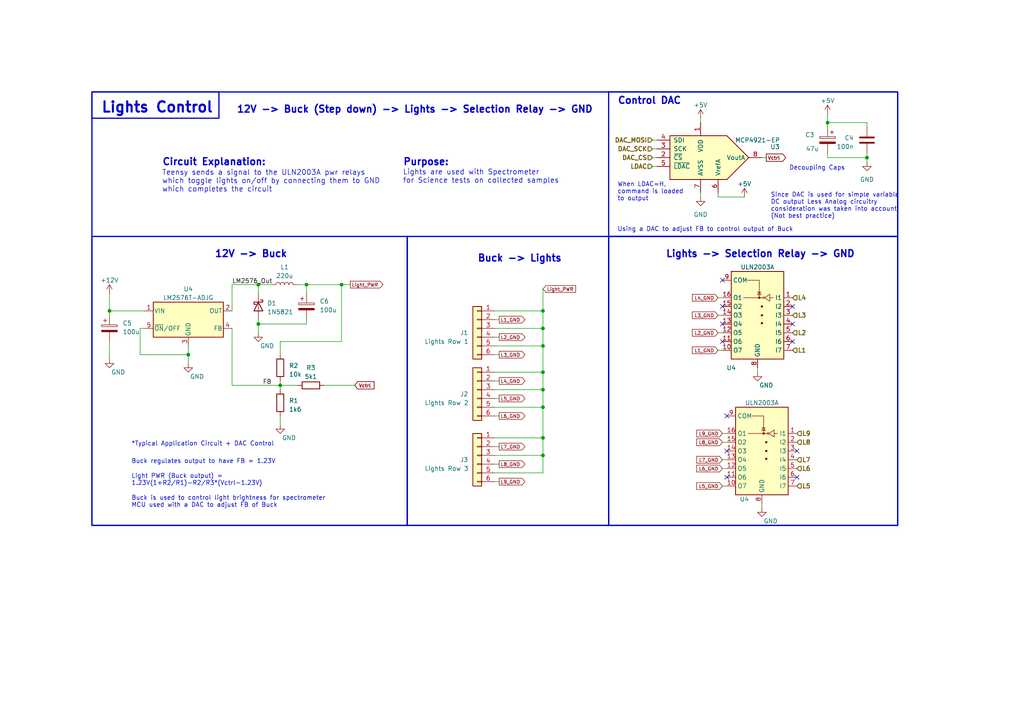
<source format=kicad_sch>
(kicad_sch (version 20230121) (generator eeschema)
  (paper "A4")
  (title_block (title "Lights Control") (date "2023-11-28") (rev "2") (company "Matthew Szalawiga"))
  (lib_symbols
    (symbol "Analog_DAC:MCP4921-EP" (pin_names (offset 1.016))
      (property "Reference" "U" (at -11.43 7.62 0))
      (property "Value" "MCP4921-EP" (at 0 7.62 0))
      (symbol "MCP4921-EP_0_1"
        (polyline (pts (xy -11.43 6.35) (xy 5.08 6.35) (xy 11.43 0) (xy 5.08 -6.35) (xy -11.43 -6.35) (xy -11.43 6.35)) (stroke (width 0.254)) (fill (type background)))
      )
      (symbol "MCP4921-EP_1_1"
        (pin power_in line (at -2.54 10.16 270) (length 3.81) (name "VDD") (number "1"))
        (pin input line (at -15.24 0 0) (length 3.81) (name "~{CS}") (number "2"))
        (pin input line (at -15.24 2.54 0) (length 3.81) (name "SCK") (number "3"))
        (pin input line (at -15.24 5.08 0) (length 3.81) (name "SDI") (number "4"))
        (pin input line (at -15.24 -2.54 0) (length 3.81) (name "~{LDAC}") (number "5"))
        (pin passive line (at 2.54 -10.16 90) (length 3.81) (name "VrefA") (number "6"))
        (pin power_in line (at -2.54 -10.16 90) (length 3.81) (name "AVSS") (number "7"))
        (pin passive line (at 15.24 0 180) (length 3.81) (name "VoutA") (number "8"))
      )
    )
    (symbol "Connector_Generic:Conn_01x06" (pin_names (offset 1.016) hide)
      (property "Reference" "J" (at 0 7.62 0))
      (property "Value" "Conn_01x06" (at 0 -10.16 0))
      (symbol "Conn_01x06_1_1"
        (rectangle (start -1.27 -7.493) (end 0 -7.747) (stroke (width 0.1524)))
        (rectangle (start -1.27 -4.953) (end 0 -5.207) (stroke (width 0.1524)))
        (rectangle (start -1.27 -2.413) (end 0 -2.667) (stroke (width 0.1524)))
        (rectangle (start -1.27 0.127) (end 0 -0.127) (stroke (width 0.1524)))
        (rectangle (start -1.27 2.667) (end 0 2.413) (stroke (width 0.1524)))
        (rectangle (start -1.27 5.207) (end 0 4.953) (stroke (width 0.1524)))
        (rectangle (start -1.27 6.35) (end 1.27 -8.89) (stroke (width 0.254)) (fill (type background)))
        (pin passive line (at -5.08 5.08 0) (length 3.81) (name "Pin_1") (number "1"))
        (pin passive line (at -5.08 2.54 0) (length 3.81) (name "Pin_2") (number "2"))
        (pin passive line (at -5.08 0 0) (length 3.81) (name "Pin_3") (number "3"))
        (pin passive line (at -5.08 -2.54 0) (length 3.81) (name "Pin_4") (number "4"))
        (pin passive line (at -5.08 -5.08 0) (length 3.81) (name "Pin_5") (number "5"))
        (pin passive line (at -5.08 -7.62 0) (length 3.81) (name "Pin_6") (number "6"))
      )
    )
    (symbol "Device:C" (pin_numbers hide) (pin_names (offset 0.254))
      (property "Reference" "C" (at 0.635 2.54 0))
      (property "Value" "C" (at 0.635 -2.54 0))
      (symbol "C_0_1"
        (polyline (pts (xy -2.032 -0.762) (xy 2.032 -0.762)) (stroke (width 0.508)))
        (polyline (pts (xy -2.032 0.762) (xy 2.032 0.762)) (stroke (width 0.508)))
      )
      (symbol "C_1_1"
        (pin passive line (at 0 3.81 270) (length 2.794) (name "~") (number "1"))
        (pin passive line (at 0 -3.81 90) (length 2.794) (name "~") (number "2"))
      )
    )
    (symbol "Device:C_Polarized" (pin_numbers hide) (pin_names (offset 0.254))
      (property "Reference" "C" (at 0.635 2.54 0))
      (property "Value" "C_Polarized" (at 0.635 -2.54 0))
      (symbol "C_Polarized_0_1"
        (rectangle (start -2.286 0.508) (end 2.286 1.016))
        (polyline (pts (xy -1.778 2.286) (xy -0.762 2.286)))
        (polyline (pts (xy -1.27 2.794) (xy -1.27 1.778)))
        (rectangle (start 2.286 -0.508) (end -2.286 -1.016) (fill (type outline)))
      )
      (symbol "C_Polarized_1_1"
        (pin passive line (at 0 3.81 270) (length 2.794) (name "~") (number "1"))
        (pin passive line (at 0 -3.81 90) (length 2.794) (name "~") (number "2"))
      )
    )
    (symbol "Device:L" (pin_numbers hide) (pin_names (offset 1.016) hide)
      (property "Reference" "L" (at -1.27 0 90))
      (property "Value" "L" (at 1.905 0 90))
      (symbol "L_0_1"
        (arc (start 0 -2.54) (mid 0.6323 -1.905) (end 0 -1.27))
        (arc (start 0 -1.27) (mid 0.6323 -0.635) (end 0 0))
        (arc (start 0 0) (mid 0.6323 0.635) (end 0 1.27))
        (arc (start 0 1.27) (mid 0.6323 1.905) (end 0 2.54))
      )
      (symbol "L_1_1"
        (pin passive line (at 0 3.81 270) (length 1.27) (name "1") (number "1"))
        (pin passive line (at 0 -3.81 90) (length 1.27) (name "2") (number "2"))
      )
    )
    (symbol "Device:R" (pin_numbers hide) (pin_names (offset 0))
      (property "Reference" "R" (at 2.032 0 90))
      (property "Value" "R" (at 0 0 90))
      (symbol "R_0_1"
        (rectangle (start -1.016 -2.54) (end 1.016 2.54) (stroke (width 0.254)))
      )
      (symbol "R_1_1"
        (pin passive line (at 0 3.81 270) (length 1.27) (name "~") (number "1"))
        (pin passive line (at 0 -3.81 90) (length 1.27) (name "~") (number "2"))
      )
    )
    (symbol "Diode:1N5821" (pin_numbers hide) (pin_names (offset 1.016) hide)
      (property "Reference" "D" (at 0 2.54 0))
      (property "Value" "1N5821" (at 0 -2.54 0))
      (symbol "1N5821_0_1"
        (polyline (pts (xy 1.27 0) (xy -1.27 0)))
        (polyline (pts (xy 1.27 1.27) (xy 1.27 -1.27) (xy -1.27 0) (xy 1.27 1.27)) (stroke (width 0.254)))
        (polyline (pts (xy -1.905 0.635) (xy -1.905 1.27) (xy -1.27 1.27) (xy -1.27 -1.27) (xy -0.635 -1.27) (xy -0.635 -0.635)) (stroke (width 0.254)))
      )
      (symbol "1N5821_1_1"
        (pin passive line (at -3.81 0 0) (length 2.54) (name "K") (number "1"))
        (pin passive line (at 3.81 0 180) (length 2.54) (name "A") (number "2"))
      )
    )
    (symbol "Regulator_Switching:LM2576T-ADJ" (pin_names (offset 0.254))
      (property "Reference" "U6" (at 0 8.89 0))
      (property "Value" "LM2576T-ADJG" (at 0 6.35 0))
      (symbol "LM2576T-ADJ_0_1"
        (rectangle (start -10.16 5.08) (end 10.16 -5.08) (stroke (width 0.254)) (fill (type background)))
      )
      (symbol "LM2576T-ADJ_1_1"
        (pin power_in line (at -12.7 2.54 0) (length 2.54) (name "VIN") (number "1"))
        (pin output line (at 12.7 2.54 180) (length 2.54) (name "OUT") (number "2"))
        (pin power_in line (at 0 -7.62 90) (length 2.54) (name "GND") (number "3"))
        (pin input line (at 12.7 -2.54 180) (length 2.54) (name "FB") (number "4"))
        (pin input line (at -12.7 -2.54 0) (length 2.54) (name "~{ON}/OFF") (number "5"))
      )
    )
    (symbol "Transistor_Array:ULN2003A"
      (property "Reference" "U" (at 0 15.875 0))
      (property "Value" "ULN2003A" (at 0 13.97 0))
      (symbol "ULN2003A_0_1"
        (rectangle (start -7.62 -12.7) (end 7.62 12.7) (stroke (width 0.254)) (fill (type background)))
        (circle (center -1.778 5.08) (radius 0.254))
        (circle (center -1.27 -2.286) (radius 0.254) (fill (type outline)))
        (circle (center -1.27 0) (radius 0.254) (fill (type outline)))
        (circle (center -1.27 2.54) (radius 0.254) (fill (type outline)))
        (circle (center -0.508 5.08) (radius 0.254) (fill (type outline)))
        (polyline (pts (xy -4.572 5.08) (xy -3.556 5.08)))
        (polyline (pts (xy -1.524 5.08) (xy 4.064 5.08)))
        (polyline (pts (xy 0 6.731) (xy -1.016 6.731)))
        (polyline (pts (xy -0.508 5.08) (xy -0.508 10.16) (xy 2.921 10.16)))
        (polyline (pts (xy -3.556 6.096) (xy -3.556 4.064) (xy -2.032 5.08) (xy -3.556 6.096)))
        (polyline (pts (xy 0 5.969) (xy -1.016 5.969) (xy -0.508 6.731) (xy 0 5.969)))
      )
      (symbol "ULN2003A_1_1"
        (pin input line (at -10.16 5.08 0) (length 2.54) (name "I1") (number "1"))
        (pin open_collector line (at 10.16 -10.16 180) (length 2.54) (name "O7") (number "10"))
        (pin open_collector line (at 10.16 -7.62 180) (length 2.54) (name "O6") (number "11"))
        (pin open_collector line (at 10.16 -5.08 180) (length 2.54) (name "O5") (number "12"))
        (pin open_collector line (at 10.16 -2.54 180) (length 2.54) (name "O4") (number "13"))
        (pin open_collector line (at 10.16 0 180) (length 2.54) (name "O3") (number "14"))
        (pin open_collector line (at 10.16 2.54 180) (length 2.54) (name "O2") (number "15"))
        (pin open_collector line (at 10.16 5.08 180) (length 2.54) (name "O1") (number "16"))
        (pin input line (at -10.16 2.54 0) (length 2.54) (name "I2") (number "2"))
        (pin input line (at -10.16 0 0) (length 2.54) (name "I3") (number "3"))
        (pin input line (at -10.16 -2.54 0) (length 2.54) (name "I4") (number "4"))
        (pin input line (at -10.16 -5.08 0) (length 2.54) (name "I5") (number "5"))
        (pin input line (at -10.16 -7.62 0) (length 2.54) (name "I6") (number "6"))
        (pin input line (at -10.16 -10.16 0) (length 2.54) (name "I7") (number "7"))
        (pin power_in line (at 0 -15.24 90) (length 2.54) (name "GND") (number "8"))
        (pin passive line (at 10.16 10.16 180) (length 2.54) (name "COM") (number "9"))
      )
    )
    (symbol "power:+12V" (power) (pin_names (offset 0))
      (property "Value" "+12V" (at 0 3.556 0))
      (symbol "+12V_0_1"
        (polyline (pts (xy -0.762 1.27) (xy 0 2.54)))
        (polyline (pts (xy 0 0) (xy 0 2.54)))
        (polyline (pts (xy 0 2.54) (xy 0.762 1.27)))
      )
      (symbol "+12V_1_1"
        (pin power_in line (at 0 0 90) (length 0) hide (name "+12V") (number "1"))
      )
    )
    (symbol "power:+5V" (power) (pin_names (offset 0))
      (property "Value" "+5V" (at 0 3.556 0))
      (symbol "+5V_0_1"
        (polyline (pts (xy -0.762 1.27) (xy 0 2.54)))
        (polyline (pts (xy 0 0) (xy 0 2.54)))
        (polyline (pts (xy 0 2.54) (xy 0.762 1.27)))
      )
      (symbol "+5V_1_1"
        (pin power_in line (at 0 0 90) (length 0) hide (name "+5V") (number "1"))
      )
    )
    (symbol "power:GND" (power) (pin_names (offset 0))
      (property "Value" "GND" (at 0 -3.81 0))
      (symbol "GND_0_1"
        (polyline (pts (xy 0 0) (xy 0 -1.27) (xy 1.27 -1.27) (xy 0 -2.54) (xy -1.27 -1.27) (xy 0 -1.27)))
      )
      (symbol "GND_1_1"
        (pin power_in line (at 0 0 270) (length 0) hide (name "GND") (number "1"))
      )
    )
  )
  (junction (at 81.28 111.76))
  (junction (at 54.61 102.87))
  (junction (at 157.48 100.33))
  (junction (at 251.46 45.72))
  (junction (at 157.48 132.08))
  (junction (at 157.48 90.17))
  (junction (at 157.48 113.03))
  (junction (at 157.48 95.25))
  (junction (at 88.9 82.55))
  (junction (at 240.03 35.56))
  (junction (at 74.93 93.98))
  (junction (at 157.48 107.95))
  (junction (at 157.48 118.11))
  (junction (at 99.06 82.55))
  (junction (at 31.75 90.17))
  (junction (at 74.93 82.55))
  (junction (at 157.48 127))
  (no_connect (at 209.55 81.28))
  (no_connect (at 210.82 120.65))
  (no_connect (at 231.14 130.81))
  (no_connect (at 210.82 138.43))
  (no_connect (at 229.87 93.98))
  (no_connect (at 209.55 88.9))
  (no_connect (at 209.55 99.06))
  (no_connect (at 210.82 130.81))
  (no_connect (at 229.87 99.06))
  (no_connect (at 231.14 138.43))
  (no_connect (at 229.87 88.9))
  (no_connect (at 209.55 93.98))
  (wire (pts (xy 67.31 82.55) (xy 74.93 82.55)))
  (wire (pts (xy 143.51 95.25) (xy 157.48 95.25)))
  (wire (pts (xy 220.98 146.05) (xy 220.98 147.32)))
  (wire (pts (xy 144.78 120.65) (xy 143.51 120.65)))
  (wire (pts (xy 157.48 90.17) (xy 157.48 95.25)))
  (wire (pts (xy 81.28 111.76) (xy 81.28 113.03)))
  (wire (pts (xy 99.06 99.06) (xy 99.06 82.55)))
  (wire (pts (xy 189.23 45.72) (xy 190.5 45.72)))
  (wire (pts (xy 144.78 134.62) (xy 143.51 134.62)))
  (wire (pts (xy 189.23 40.64) (xy 190.5 40.64)))
  (wire (pts (xy 144.78 115.57) (xy 143.51 115.57)))
  (wire (pts (xy 251.46 36.83) (xy 251.46 35.56)))
  (wire (pts (xy 88.9 92.71) (xy 88.9 93.98)))
  (wire (pts (xy 251.46 45.72) (xy 240.03 45.72)))
  (wire (pts (xy 240.03 35.56) (xy 240.03 36.83)))
  (wire (pts (xy 81.28 102.87) (xy 81.28 99.06)))
  (wire (pts (xy 81.28 120.65) (xy 81.28 123.19)))
  (wire (pts (xy 41.91 95.25) (xy 40.64 95.25)))
  (wire (pts (xy 40.64 102.87) (xy 54.61 102.87)))
  (wire (pts (xy 143.51 132.08) (xy 157.48 132.08)))
  (wire (pts (xy 209.55 133.35) (xy 210.82 133.35)))
  (wire (pts (xy 240.03 33.02) (xy 240.03 35.56)))
  (wire (pts (xy 143.51 90.17) (xy 157.48 90.17)))
  (wire (pts (xy 208.28 55.88) (xy 208.28 57.15)))
  (wire (pts (xy 208.28 86.36) (xy 209.55 86.36)))
  (wire (pts (xy 31.75 91.44) (xy 31.75 90.17)))
  (wire (pts (xy 81.28 111.76) (xy 86.36 111.76)))
  (wire (pts (xy 189.23 48.26) (xy 190.5 48.26)))
  (wire (pts (xy 219.71 107.95) (xy 219.71 106.68)))
  (wire (pts (xy 157.48 100.33) (xy 157.48 107.95)))
  (wire (pts (xy 144.78 139.7) (xy 143.51 139.7)))
  (wire (pts (xy 222.25 45.72) (xy 220.98 45.72)))
  (wire (pts (xy 99.06 82.55) (xy 101.6 82.55)))
  (wire (pts (xy 143.51 113.03) (xy 157.48 113.03)))
  (wire (pts (xy 88.9 82.55) (xy 99.06 82.55)))
  (wire (pts (xy 209.55 140.97) (xy 210.82 140.97)))
  (wire (pts (xy 143.51 137.16) (xy 157.48 137.16)))
  (wire (pts (xy 203.2 34.29) (xy 203.2 35.56)))
  (wire (pts (xy 143.51 100.33) (xy 157.48 100.33)))
  (wire (pts (xy 251.46 44.45) (xy 251.46 45.72)))
  (wire (pts (xy 157.48 127) (xy 157.48 132.08)))
  (wire (pts (xy 143.51 107.95) (xy 157.48 107.95)))
  (wire (pts (xy 31.75 99.06) (xy 31.75 104.14)))
  (wire (pts (xy 40.64 95.25) (xy 40.64 102.87)))
  (wire (pts (xy 209.55 125.73) (xy 210.82 125.73)))
  (wire (pts (xy 157.48 118.11) (xy 157.48 127)))
  (wire (pts (xy 86.36 82.55) (xy 88.9 82.55)))
  (wire (pts (xy 54.61 102.87) (xy 54.61 105.41)))
  (wire (pts (xy 88.9 93.98) (xy 74.93 93.98)))
  (wire (pts (xy 157.48 132.08) (xy 157.48 137.16)))
  (wire (pts (xy 144.78 110.49) (xy 143.51 110.49)))
  (wire (pts (xy 67.31 82.55) (xy 67.31 90.17)))
  (wire (pts (xy 67.31 95.25) (xy 67.31 111.76)))
  (wire (pts (xy 144.78 92.71) (xy 143.51 92.71)))
  (wire (pts (xy 203.2 55.88) (xy 203.2 57.15)))
  (wire (pts (xy 208.28 101.6) (xy 209.55 101.6)))
  (wire (pts (xy 157.48 83.82) (xy 157.48 90.17)))
  (wire (pts (xy 209.55 128.27) (xy 210.82 128.27)))
  (wire (pts (xy 157.48 107.95) (xy 157.48 113.03)))
  (wire (pts (xy 88.9 82.55) (xy 88.9 85.09)))
  (wire (pts (xy 81.28 110.49) (xy 81.28 111.76)))
  (wire (pts (xy 189.23 43.18) (xy 190.5 43.18)))
  (wire (pts (xy 208.28 91.44) (xy 209.55 91.44)))
  (wire (pts (xy 74.93 82.55) (xy 74.93 85.09)))
  (wire (pts (xy 157.48 95.25) (xy 157.48 100.33)))
  (wire (pts (xy 240.03 45.72) (xy 240.03 44.45)))
  (wire (pts (xy 251.46 35.56) (xy 240.03 35.56)))
  (wire (pts (xy 74.93 82.55) (xy 78.74 82.55)))
  (wire (pts (xy 208.28 96.52) (xy 209.55 96.52)))
  (wire (pts (xy 74.93 92.71) (xy 74.93 93.98)))
  (wire (pts (xy 144.78 97.79) (xy 143.51 97.79)))
  (wire (pts (xy 93.98 111.76) (xy 102.87 111.76)))
  (wire (pts (xy 31.75 90.17) (xy 41.91 90.17)))
  (wire (pts (xy 31.75 85.09) (xy 31.75 90.17)))
  (wire (pts (xy 81.28 99.06) (xy 99.06 99.06)))
  (wire (pts (xy 74.93 93.98) (xy 74.93 96.52)))
  (wire (pts (xy 208.28 57.15) (xy 215.9 57.15)))
  (wire (pts (xy 143.51 127) (xy 157.48 127)))
  (wire (pts (xy 54.61 100.33) (xy 54.61 102.87)))
  (wire (pts (xy 67.31 111.76) (xy 81.28 111.76)))
  (wire (pts (xy 144.78 102.87) (xy 143.51 102.87)))
  (wire (pts (xy 209.55 135.89) (xy 210.82 135.89)))
  (wire (pts (xy 251.46 45.72) (xy 251.46 46.99)))
  (wire (pts (xy 144.78 129.54) (xy 143.51 129.54)))
  (wire (pts (xy 157.48 113.03) (xy 157.48 118.11)))
  (wire (pts (xy 143.51 118.11) (xy 157.48 118.11)))
  (rectangle (start 118.11 68.58) (end 176.53 152.4) (stroke (width 0.35)))
  (rectangle (start 176.53 26.67) (end 260.35 68.58) (stroke (width 0.35)))
  (rectangle (start 176.53 68.58) (end 260.35 152.4) (stroke (width 0.35)))
  (rectangle (start 26.67 26.67) (end 63.5 34.29) (stroke (width 0.35)))
  (rectangle (start 26.67 68.58) (end 118.11 152.4) (stroke (width 0.35)))
  (rectangle (start 26.67 26.67) (end 260.35 152.4) (stroke (width 0.35)))
  (text "Buck regulates output to have FB = 1.23V" (at 38.1 134.62 0) (effects (font (size 1.27 1.27)) (justify left bottom)))
  (text "Since DAC is used for simple variable \nDC output Less Analog circuitry\nconsideration was taken into account\n(Not best practice)" (at 223.52 63.5 0) (effects (font (size 1.27 1.27)) (justify left bottom)))
  (text "*Typical Application Circuit + DAC Control" (at 38.1 129.54 0) (effects (font (size 1.27 1.27)) (justify left bottom)))
  (text "12V -> Buck (Step down) -> Lights -> Selection Relay -> GND\n" (at 68.58 33.02 0) (effects (font (size 2 2) (thickness 0.4) bold) (justify left bottom)))
  (text "Lights are used with Spectrometer \nfor Science tests on collected samples" (at 116.84 53.34 0) (effects (font (size 1.5 1.5)) (justify left bottom)))
  (text "Control DAC" (at 179.07 30.48 0) (effects (font (size 2 2) (thickness 0.4) bold) (justify left bottom)))
  (text "When LDAC=H, \ncommand is loaded\nto output" (at 179.07 58.42 0) (effects (font (size 1.27 1.27)) (justify left bottom)))
  (text "Buck -> Lights" (at 138.43 76.2 0) (effects (font (size 2 2) (thickness 0.4) bold) (justify left bottom)))
  (text "Light PWR (Buck output) = \n1.23V(1+R2/R1)-R2/R3*(Vctrl-1.23V)" (at 38.1 140.97 0) (effects (font (size 1.27 1.27)) (justify left bottom)))
  (text "Purpose:" (at 116.84 48.26 0) (effects (font (size 2 2) (thickness 0.4) bold) (justify left bottom)))
  (text "Lights -> Selection Relay -> GND" (at 193.04 74.93 0) (effects (font (size 2 2) (thickness 0.4) bold) (justify left bottom)))
  (text "Using a DAC to adjust FB to control output of Buck" (at 179.07 67.31 0) (effects (font (size 1.27 1.27)) (justify left bottom)))
  (text "Decoupling Caps" (at 245.11 49.53 0) (effects (font (size 1.27 1.27)) (justify right bottom)))
  (text "Lights Control\n" (at 29.21 33.02 0) (effects (font (size 3 3) (thickness 0.6) bold) (justify left bottom)))
  (text "Circuit Explanation:" (at 46.99 48.26 0) (effects (font (size 2 2) (thickness 0.4) bold) (justify left bottom)))
  (text "12V -> Buck" (at 62.23 74.93 0) (effects (font (size 2 2) (thickness 0.4) bold) (justify left bottom)))
  (text "Teensy sends a signal to the ULN2003A pwr relays \nwhich toggle lights on/off by connecting them to GND\nwhich completes the circuit\n" (at 46.99 55.88 0) (effects (font (size 1.5 1.5)) (justify left bottom)))
  (text "Buck is used to control light brightness for spectrometer\nMCU used with a DAC to adjust FB of Buck\n" (at 38.1 147.32 0) (effects (font (size 1.27 1.27)) (justify left bottom)))
  (label "LM2576_Out" (at 67.31 82.55 0))
  (label "FB" (at 76.2 111.76 0))
  (global_label "L5_GND" (shape output) (at 144.78 115.57 0) (effects (font (size 1 1))) (property "Intersheetrefs" "${INTERSHEET_REFS}" (effects hide)))
  (global_label "L1_GND" (shape output) (at 144.78 92.71 0) (effects (font (size 1 1))) (property "Intersheetrefs" "${INTERSHEET_REFS}" (effects hide)))
  (global_label "L3_GND" (shape output) (at 144.78 102.87 0) (effects (font (size 1 1))) (property "Intersheetrefs" "${INTERSHEET_REFS}" (effects hide)))
  (global_label "L2_GND" (shape input) (at 208.28 96.52 180) (effects (font (size 1 1))) (property "Intersheetrefs" "${INTERSHEET_REFS}" (effects hide)))
  (global_label "L9_GND" (shape input) (at 209.55 125.73 180) (effects (font (size 1 1))) (property "Intersheetrefs" "${INTERSHEET_REFS}" (effects hide)))
  (global_label "L7_GND" (shape output) (at 144.78 129.54 0) (effects (font (size 1 1))) (property "Intersheetrefs" "${INTERSHEET_REFS}" (effects hide)))
  (global_label "L6_GND" (shape input) (at 209.55 135.89 180) (effects (font (size 1 1))) (property "Intersheetrefs" "${INTERSHEET_REFS}" (effects hide)))
  (global_label "L1_GND" (shape input) (at 208.28 101.6 180) (effects (font (size 1 1))) (property "Intersheetrefs" "${INTERSHEET_REFS}" (effects hide)))
  (global_label "L9_GND" (shape output) (at 144.78 139.7 0) (effects (font (size 1 1))) (property "Intersheetrefs" "${INTERSHEET_REFS}" (effects hide)))
  (global_label "L4_GND" (shape input) (at 208.28 86.36 180) (effects (font (size 1 1))) (property "Intersheetrefs" "${INTERSHEET_REFS}" (effects hide)))
  (global_label "L3_GND" (shape input) (at 208.28 91.44 180) (effects (font (size 1 1))) (property "Intersheetrefs" "${INTERSHEET_REFS}" (effects hide)))
  (global_label "L2_GND" (shape output) (at 144.78 97.79 0) (effects (font (size 1 1))) (property "Intersheetrefs" "${INTERSHEET_REFS}" (effects hide)))
  (global_label "Vctrl" (shape output) (at 222.25 45.72 0) (effects (font (size 1 1) bold)) (property "Intersheetrefs" "${INTERSHEET_REFS}" (effects hide)))
  (global_label "L6_GND" (shape output) (at 144.78 120.65 0) (effects (font (size 1 1))) (property "Intersheetrefs" "${INTERSHEET_REFS}" (effects hide)))
  (global_label "L8_GND" (shape input) (at 209.55 128.27 180) (effects (font (size 1 1))) (property "Intersheetrefs" "${INTERSHEET_REFS}" (effects hide)))
  (global_label "L8_GND" (shape output) (at 144.78 134.62 0) (effects (font (size 1 1))) (property "Intersheetrefs" "${INTERSHEET_REFS}" (effects hide)))
  (global_label "L4_GND" (shape output) (at 144.78 110.49 0) (effects (font (size 1 1))) (property "Intersheetrefs" "${INTERSHEET_REFS}" (effects hide)))
  (global_label "Vctrl" (shape input) (at 102.87 111.76 0) (effects (font (size 1 1) bold)) (property "Intersheetrefs" "${INTERSHEET_REFS}" (effects hide)))
  (global_label "L5_GND" (shape input) (at 209.55 140.97 180) (effects (font (size 1 1))) (property "Intersheetrefs" "${INTERSHEET_REFS}" (effects hide)))
  (global_label "L7_GND" (shape input) (at 209.55 133.35 180) (effects (font (size 1 1))) (property "Intersheetrefs" "${INTERSHEET_REFS}" (effects hide)))
  (global_label "Light_PWR" (shape input) (at 157.48 83.82 0) (effects (font (size 1 1))) (property "Intersheetrefs" "${INTERSHEET_REFS}" (effects hide)))
  (global_label "Light_PWR" (shape output) (at 101.6 82.55 0) (effects (font (size 1 1))) (property "Intersheetrefs" "${INTERSHEET_REFS}" (effects hide)))
  (hierarchical_label "L2" (shape input) (at 229.87 96.52 0) (effects (font (thickness 0.254) bold)))
  (hierarchical_label "L6" (shape input) (at 231.14 135.89 0) (effects (font (thickness 0.254) bold)))
  (hierarchical_label "L9" (shape input) (at 231.14 125.73 0) (effects (font (thickness 0.254) bold)))
  (hierarchical_label "LDAC" (shape input) (at 189.23 48.26 180) (effects (font bold)))
  (hierarchical_label "L5" (shape input) (at 231.14 140.97 0) (effects (font (thickness 0.254) bold)))
  (hierarchical_label "L4" (shape input) (at 229.87 86.36 0) (effects (font (thickness 0.254) bold)))
  (hierarchical_label "DAC_CS" (shape input) (at 189.23 45.72 180) (effects (font bold)))
  (hierarchical_label "DAC_MOSI" (shape input) (at 189.23 40.64 180) (effects (font bold)))
  (hierarchical_label "DAC_SCK" (shape input) (at 189.23 43.18 180) (effects (font bold)))
  (hierarchical_label "L8" (shape input) (at 231.14 128.27 0) (effects (font (thickness 0.254) bold)))
  (hierarchical_label "L7" (shape input) (at 231.14 133.35 0) (effects (font (thickness 0.254) bold)))
  (hierarchical_label "L1" (shape input) (at 229.87 101.6 0) (effects (font (thickness 0.254) bold)))
  (hierarchical_label "L3" (shape input) (at 229.87 91.44 0) (effects (font (thickness 0.254) bold)))
  (symbol (lib_id "Connector_Generic:Conn_01x06") (at 138.43 132.08 0) (mirror y) (unit 1)
    (property "Reference" "J3" (at 134.62 133.35 0))
    (property "Value" "Lights Row 3" (at 129.54 135.89 0))
    (property "Footprint" "Connector_JST:JST_XH_B6B-XH-AM_1x06_P2.50mm_Vertical" (effects hide))
    (instances (project "PayloadPcbRev2" (path "" (reference "J3") (unit 1)) (path "" (reference "J3") (unit 1)) (path "" (reference "J3") (unit 1)) (path "" (reference "J10") (unit 1))))
  )
  (symbol (lib_id "Device:R") (at 81.28 106.68 0) (unit 1)
    (property "Reference" "R2" (at 83.82 106.045 0) (effects (justify left)))
    (property "Value" "10k" (at 83.82 108.585 0) (effects (justify left)))
    (property "Footprint" "Resistor_THT:R_Axial_DIN0207_L6.3mm_D2.5mm_P7.62mm_Horizontal" (effects hide))
  )
  (symbol (lib_id "Connector_Generic:Conn_01x06") (at 138.43 113.03 0) (mirror y) (unit 1)
    (property "Reference" "J2" (at 134.62 114.3 0))
    (property "Value" "Lights Row 2" (at 129.54 116.84 0))
    (property "Footprint" "Connector_JST:JST_XH_B6B-XH-AM_1x06_P2.50mm_Vertical" (effects hide))
    (instances (project "PayloadPcbRev2" (path "" (reference "J2") (unit 1)) (path "" (reference "J2") (unit 1)) (path "" (reference "J2") (unit 1)) (path "" (reference "J9") (unit 1))))
  )
  (symbol (lib_id "Analog_DAC:MCP4921-EP") (at 205.74 45.72 0) (unit 1)
    (property "Reference" "U3" (at 224.79 42.5959 0))
    (property "Value" "MCP4921-EP" (at 219.71 40.64 0))
    (property "Footprint" "Package_DIP:DIP-8_W7.62mm_Socket" (effects hide))
    (property "Datasheet" "http://ww1.microchip.com/downloads/en/devicedoc/21897a.pdf" (effects hide))
  )
  (symbol (lib_id "power:GND") (at 251.46 46.99 0) (mirror y) (unit 1)
    (property "Reference" "#PWR032" (effects hide))
    (property "Value" "GND" (at 251.46 52.07 0))
  )
  (symbol (lib_id "Device:R") (at 81.28 116.84 0) (unit 1)
    (property "Reference" "R1" (at 83.82 116.205 0) (effects (justify left)))
    (property "Value" "1k6" (at 83.82 118.745 0) (effects (justify left)))
    (property "Footprint" "Resistor_THT:R_Axial_DIN0207_L6.3mm_D2.5mm_P7.62mm_Horizontal" (effects hide))
  )
  (symbol (lib_id "power:+5V") (at 215.9 57.15 0) (unit 1)
    (property "Reference" "#PWR022" (effects hide))
    (property "Value" "+5V" (at 215.9 53.34 0))
  )
  (symbol (lib_id "Device:R") (at 90.17 111.76 90) (unit 1)
    (property "Reference" "R3" (at 90.17 106.68 90))
    (property "Value" "5k1" (at 90.17 109.22 90))
    (property "Footprint" "Resistor_THT:R_Axial_DIN0207_L6.3mm_D2.5mm_P7.62mm_Horizontal" (effects hide))
  )
  (symbol (lib_id "Transistor_Array:ULN2003A") (at 220.98 130.81 0) (mirror y) (unit 1)
    (property "Reference" "U4" (at 215.9 144.78 0))
    (property "Value" "ULN2003A" (at 220.98 116.84 0))
    (property "Footprint" "Package_DIP:DIP-16_W7.62mm_Socket" (effects hide))
    (property "Datasheet" "http://www.ti.com/lit/ds/symlink/uln2003a.pdf" (effects hide))
    (instances (project "PayloadPcbRev2" (path "" (reference "U4") (unit 1)) (path "" (reference "U6") (unit 1)) (path "" (reference "U7") (unit 1))))
  )
  (symbol (lib_id "power:GND") (at 219.71 107.95 0) (unit 1)
    (property "Reference" "#PWR033" (effects hide))
    (property "Value" "GND" (at 222.25 111.76 0))
  )
  (symbol (lib_id "Connector_Generic:Conn_01x06") (at 138.43 95.25 0) (mirror y) (unit 1)
    (property "Reference" "J1" (at 134.62 96.52 0))
    (property "Value" "Lights Row 1" (at 129.54 99.06 0))
    (property "Footprint" "Connector_JST:JST_XH_B6B-XH-AM_1x06_P2.50mm_Vertical" (effects hide))
    (instances (project "PayloadPcbRev2" (path "" (reference "J1") (unit 1)) (path "" (reference "J1") (unit 1)) (path "" (reference "J1") (unit 1)) (path "" (reference "J3") (unit 1))))
  )
  (symbol (lib_id "power:GND") (at 203.2 57.15 0) (unit 1)
    (property "Reference" "#PWR09" (effects hide))
    (property "Value" "GND" (at 203.2 62.23 0))
  )
  (symbol (lib_id "Transistor_Array:ULN2003A") (at 219.71 91.44 0) (mirror y) (unit 1)
    (property "Reference" "U4" (at 212.09 106.68 0))
    (property "Value" "ULN2003A" (at 219.71 77.47 0))
    (property "Footprint" "Package_DIP:DIP-16_W7.62mm_Socket" (effects hide))
    (property "Datasheet" "http://www.ti.com/lit/ds/symlink/uln2003a.pdf" (effects hide))
    (instances (project "PayloadPcbRev2" (path "" (reference "U4") (unit 1)) (path "" (reference "U5") (unit 1)) (path "" (reference "U6") (unit 1))))
  )
  (symbol (lib_id "Diode:1N5821") (at 74.93 88.9 270) (unit 1)
    (property "Reference" "D1" (at 77.47 87.9475 90) (effects (justify left)))
    (property "Value" "1N5821" (at 77.47 90.4875 90) (effects (justify left)))
    (property "Footprint" "Diode_THT:D_DO-201AD_P15.24mm_Horizontal" (effects hide))
    (property "Datasheet" "http://www.vishay.com/docs/88526/1n5820.pdf" (effects hide))
  )
  (symbol (lib_id "power:GND") (at 74.93 96.52 0) (unit 1)
    (property "Reference" "#PWR036" (effects hide))
    (property "Value" "GND" (at 77.47 100.33 0))
  )
  (symbol (lib_id "Device:C_Polarized") (at 88.9 88.9 0) (unit 1)
    (property "Reference" "C6" (at 92.71 87.376 0) (effects (justify left)))
    (property "Value" "100u" (at 92.71 89.916 0) (effects (justify left)))
    (property "Footprint" "Capacitor_THT:CP_Radial_D6.3mm_P2.50mm" (effects hide))
  )
  (symbol (lib_id "Device:C_Polarized") (at 31.75 95.25 0) (unit 1)
    (property "Reference" "C5" (at 35.56 93.726 0) (effects (justify left)))
    (property "Value" "100u" (at 35.56 96.266 0) (effects (justify left)))
    (property "Footprint" "Capacitor_THT:CP_Radial_D6.3mm_P2.50mm" (effects hide))
  )
  (symbol (lib_id "Device:C_Polarized") (at 240.03 40.64 0) (mirror y) (unit 1)
    (property "Reference" "C3" (at 236.22 39.116 0) (effects (justify left)))
    (property "Value" "47u" (at 237.49 43.18 0) (effects (justify left)))
    (property "Footprint" "Capacitor_THT:CP_Radial_D6.3mm_P2.50mm" (effects hide))
  )
  (symbol (lib_id "Device:C") (at 251.46 40.64 0) (mirror y) (unit 1)
    (property "Reference" "C4" (at 247.65 40.005 0) (effects (justify left)))
    (property "Value" "100n" (at 247.65 42.545 0) (effects (justify left)))
    (property "Footprint" "Capacitor_THT:C_Disc_D5.1mm_W3.2mm_P5.00mm" (effects hide))
  )
  (symbol (lib_id "power:GND") (at 54.61 105.41 0) (unit 1)
    (property "Reference" "#PWR035" (effects hide))
    (property "Value" "GND" (at 57.15 109.22 0))
  )
  (symbol (lib_id "power:+5V") (at 203.2 34.29 0) (unit 1)
    (property "Reference" "#PWR041" (effects hide))
    (property "Value" "+5V" (at 203.2 30.48 0))
  )
  (symbol (lib_id "power:+5V") (at 240.03 33.02 0) (mirror y) (unit 1)
    (property "Reference" "#PWR023" (effects hide))
    (property "Value" "+5V" (at 240.03 29.21 0))
  )
  (symbol (lib_id "power:GND") (at 31.75 104.14 0) (unit 1)
    (property "Reference" "#PWR037" (effects hide))
    (property "Value" "GND" (at 34.29 107.95 0))
  )
  (symbol (lib_id "power:GND") (at 81.28 123.19 0) (unit 1)
    (property "Reference" "#PWR039" (effects hide))
    (property "Value" "GND" (at 83.82 127 0))
  )
  (symbol (lib_id "Device:L") (at 82.55 82.55 90) (unit 1)
    (property "Reference" "L1" (at 82.55 77.47 90))
    (property "Value" "220u" (at 82.55 80.01 90))
    (property "Footprint" "Inductor_THT:L_Radial_D8.7mm_P5.00mm_Fastron_07HCP" (effects hide))
  )
  (symbol (lib_id "power:GND") (at 220.98 147.32 0) (unit 1)
    (property "Reference" "#PWR034" (effects hide))
    (property "Value" "GND" (at 223.52 151.13 0))
  )
  (symbol (lib_id "Regulator_Switching:LM2576T-ADJ") (at 54.61 92.71 0) (unit 1)
    (property "Reference" "U4" (at 54.61 83.82 0))
    (property "Value" "LM2576T-ADJG" (at 54.61 86.36 0))
    (property "Footprint" "Package_TO_SOT_THT:TO-220-5_Vertical" (effects hide))
    (property "Datasheet" "http://www.ti.com/lit/ds/symlink/lm2576.pdf" (effects hide))
  )
  (symbol (lib_id "power:+12V") (at 31.75 85.09 0) (unit 1)
    (property "Reference" "#PWR038" (effects hide))
    (property "Value" "+12V" (at 31.75 81.28 0))
  )
)
</source>
